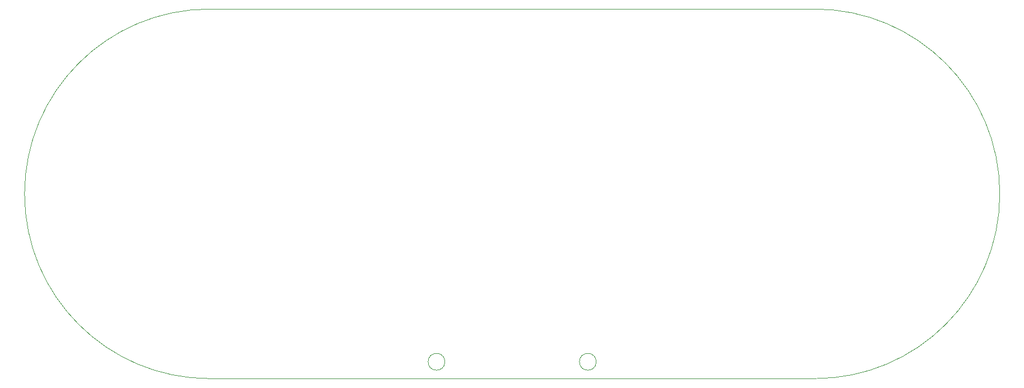
<source format=gbr>
%TF.GenerationSoftware,KiCad,Pcbnew,(5.1.8)-1*%
%TF.CreationDate,2020-11-24T01:58:45+03:00*%
%TF.ProjectId,mesp240_gamepadshield,6d657370-3234-4305-9f67-616d65706164,rev?*%
%TF.SameCoordinates,Original*%
%TF.FileFunction,Profile,NP*%
%FSLAX46Y46*%
G04 Gerber Fmt 4.6, Leading zero omitted, Abs format (unit mm)*
G04 Created by KiCad (PCBNEW (5.1.8)-1) date 2020-11-24 01:58:45*
%MOMM*%
%LPD*%
G01*
G04 APERTURE LIST*
%TA.AperFunction,Profile*%
%ADD10C,0.050000*%
%TD*%
G04 APERTURE END LIST*
D10*
X95250000Y-78740000D02*
X186690000Y-78740000D01*
X95250000Y-134620000D02*
X186690000Y-134620000D01*
X214630000Y-106680000D02*
G75*
G02*
X186690000Y-134620000I-27940000J0D01*
G01*
X186690000Y-78740000D02*
G75*
G02*
X214630000Y-106680000I0J-27940000D01*
G01*
X67310000Y-106680000D02*
G75*
G02*
X95250000Y-78740000I27940000J0D01*
G01*
X95250000Y-134620000D02*
G75*
G02*
X67310000Y-106680000I0J27940000D01*
G01*
X130810000Y-132080000D02*
G75*
G03*
X130810000Y-132080000I-1270000J0D01*
G01*
X153670000Y-132080000D02*
G75*
G03*
X153670000Y-132080000I-1270000J0D01*
G01*
M02*

</source>
